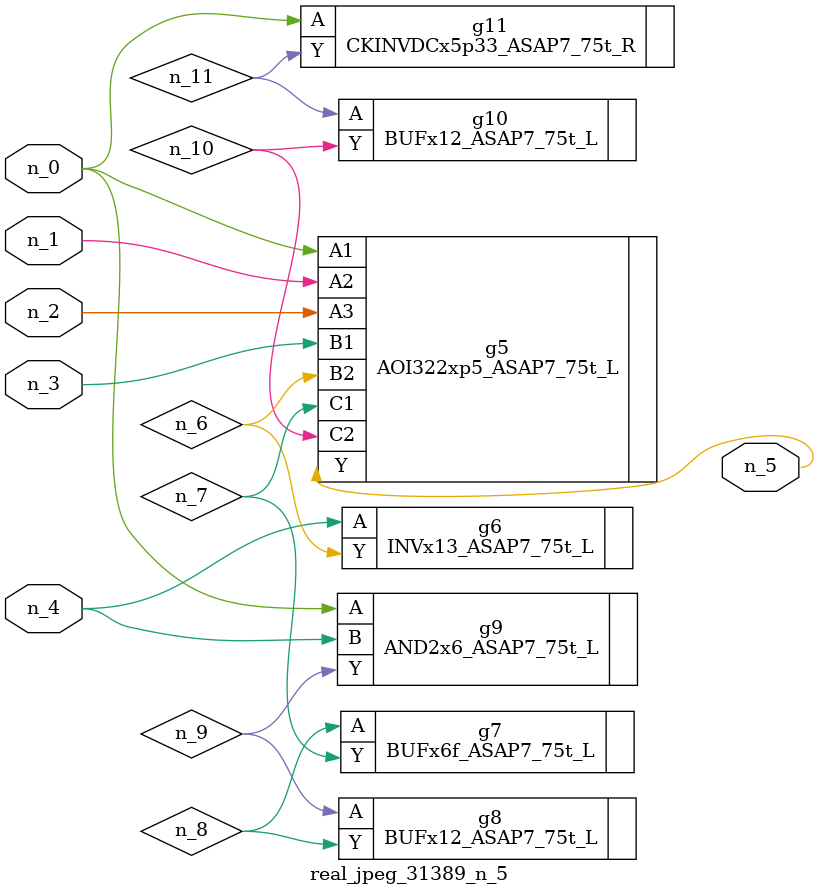
<source format=v>
module real_jpeg_31389_n_5 (n_4, n_0, n_1, n_2, n_3, n_5);

input n_4;
input n_0;
input n_1;
input n_2;
input n_3;

output n_5;

wire n_8;
wire n_11;
wire n_6;
wire n_7;
wire n_10;
wire n_9;

AOI322xp5_ASAP7_75t_L g5 ( 
.A1(n_0),
.A2(n_1),
.A3(n_2),
.B1(n_3),
.B2(n_6),
.C1(n_7),
.C2(n_10),
.Y(n_5)
);

AND2x6_ASAP7_75t_L g9 ( 
.A(n_0),
.B(n_4),
.Y(n_9)
);

CKINVDCx5p33_ASAP7_75t_R g11 ( 
.A(n_0),
.Y(n_11)
);

INVx13_ASAP7_75t_L g6 ( 
.A(n_4),
.Y(n_6)
);

BUFx6f_ASAP7_75t_L g7 ( 
.A(n_8),
.Y(n_7)
);

BUFx12_ASAP7_75t_L g8 ( 
.A(n_9),
.Y(n_8)
);

BUFx12_ASAP7_75t_L g10 ( 
.A(n_11),
.Y(n_10)
);


endmodule
</source>
